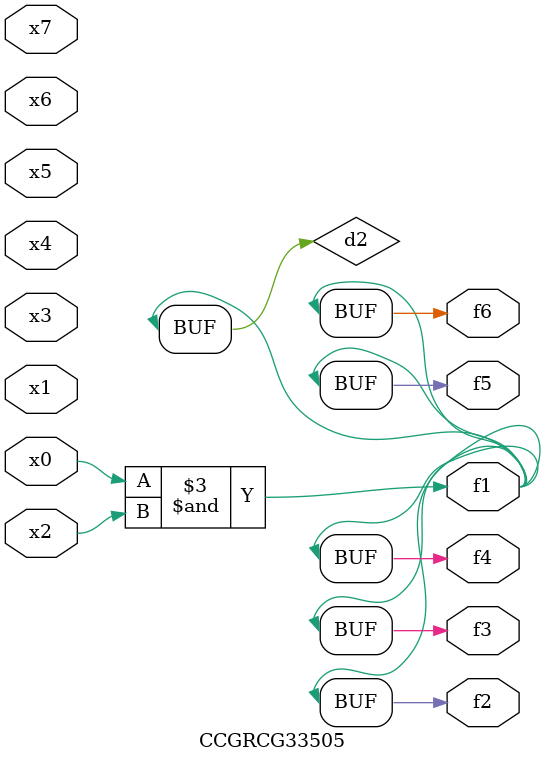
<source format=v>
module CCGRCG33505(
	input x0, x1, x2, x3, x4, x5, x6, x7,
	output f1, f2, f3, f4, f5, f6
);

	wire d1, d2;

	nor (d1, x3, x6);
	and (d2, x0, x2);
	assign f1 = d2;
	assign f2 = d2;
	assign f3 = d2;
	assign f4 = d2;
	assign f5 = d2;
	assign f6 = d2;
endmodule

</source>
